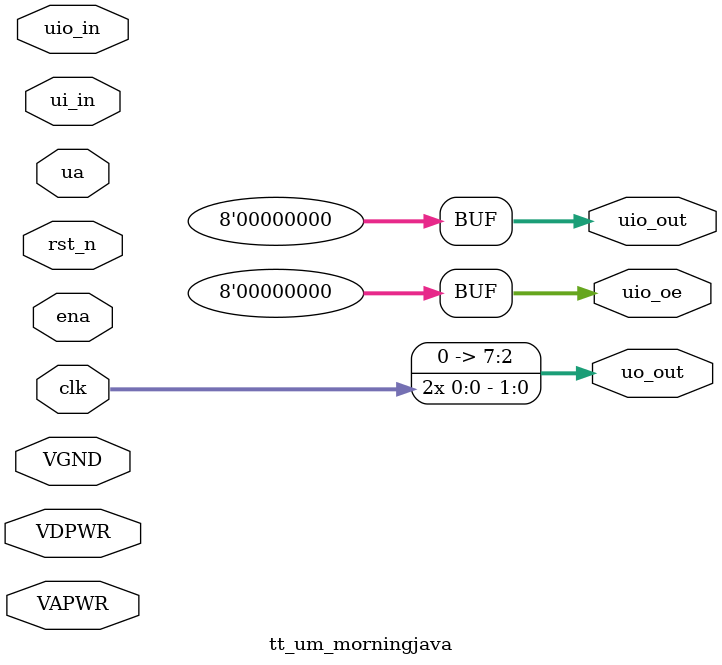
<source format=v>

`default_nettype none

module tt_um_morningjava (
    input  wire       VGND,
    input  wire       VDPWR,    // 1.8v power supply
    input  wire       VAPWR,    // 3.3v power supply
    input  wire [7:0] ui_in,    // Dedicated inputs
    output wire [7:0] uo_out,   // Dedicated outputs
    input  wire [7:0] uio_in,   // IOs: Input path
    output wire [7:0] uio_out,  // IOs: Output path
    output wire [7:0] uio_oe,   // IOs: Enable path (active high: 0=input, 1=output)
    inout  wire [7:0] ua,       // Analog pins, only ua[5:0] can be used
    input  wire       ena,      // always 1 when the design is powered, so you can ignore it
    input  wire       clk,      // clock
    input  wire       rst_n     // reset_n - low to reset
);

  assign uo_out[0] = clk;
  assign uo_out[1] = clk;
  assign uo_out[7:2] = 0;
  assign uio_out = 0;
  assign uio_oe  = 0;

  reg [1:0] counter;
  reg [1:0] phase;

  // List all unused inputs to prevent warnings
  //wire _unused = &{ena, rst_n, 1'b0};

  // Phase drive unit
  always @( posedge clk ) begin : phase_drive
    phase[0] <= ( counter == 1 );
    phase[1] <= ( counter == 3 );
    counter <= counter + 1;
  end
endmodule

</source>
